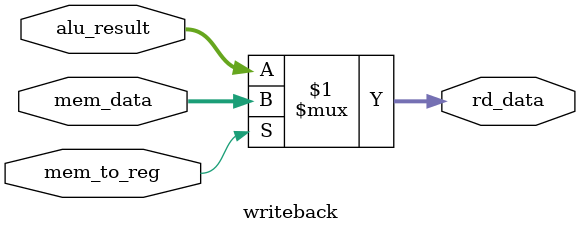
<source format=sv>
module writeback (
    input  logic [63:0] alu_result,
    input  logic [63:0] mem_data,
    input  logic        mem_to_reg,

    output logic [63:0] rd_data
);

    assign rd_data = mem_to_reg ? mem_data : alu_result;

endmodule

</source>
